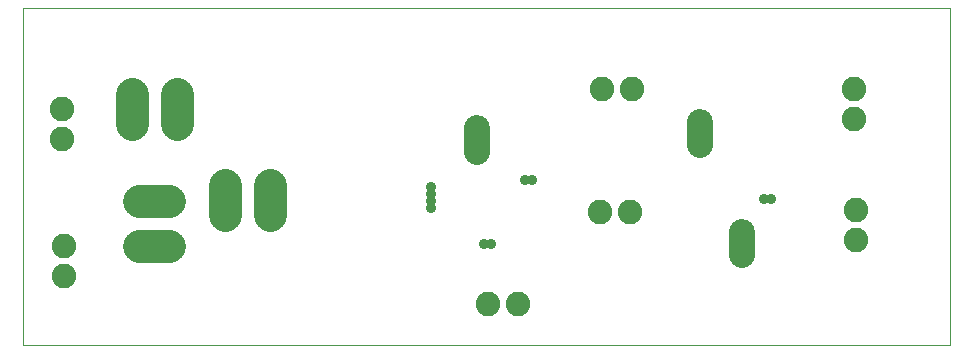
<source format=gbs>
G75*
%MOIN*%
%OFA0B0*%
%FSLAX25Y25*%
%IPPOS*%
%LPD*%
%AMOC8*
5,1,8,0,0,1.08239X$1,22.5*
%
%ADD10C,0.00000*%
%ADD11C,0.08200*%
%ADD12C,0.10850*%
%ADD13C,0.08600*%
%ADD14C,0.03581*%
D10*
X0006800Y0006800D02*
X0006800Y0119005D01*
X0315855Y0119005D01*
X0315855Y0006800D01*
X0006800Y0006800D01*
D11*
X0020304Y0029713D03*
X0020304Y0039713D03*
X0019713Y0075422D03*
X0019713Y0085422D03*
X0161643Y0020383D03*
X0171643Y0020383D03*
X0199005Y0051013D03*
X0209005Y0051013D03*
X0209792Y0091957D03*
X0199792Y0091957D03*
X0283887Y0092154D03*
X0283887Y0082154D03*
X0284320Y0051800D03*
X0284320Y0041800D03*
D12*
X0088946Y0049925D02*
X0088946Y0059975D01*
X0073946Y0059975D02*
X0073946Y0049925D01*
X0055447Y0054772D02*
X0045397Y0054772D01*
X0045397Y0039772D02*
X0055447Y0039772D01*
X0058237Y0080240D02*
X0058237Y0090290D01*
X0043237Y0090290D02*
X0043237Y0080240D01*
D13*
X0158217Y0078850D02*
X0158217Y0071050D01*
X0232391Y0073176D02*
X0232391Y0080976D01*
X0246564Y0044361D02*
X0246564Y0036561D01*
D14*
X0253650Y0055225D03*
X0256013Y0055225D03*
X0176288Y0061721D03*
X0173926Y0061721D03*
X0162706Y0040461D03*
X0160343Y0040461D03*
X0142627Y0052272D03*
X0142627Y0054635D03*
X0142627Y0056997D03*
X0142627Y0059359D03*
M02*

</source>
